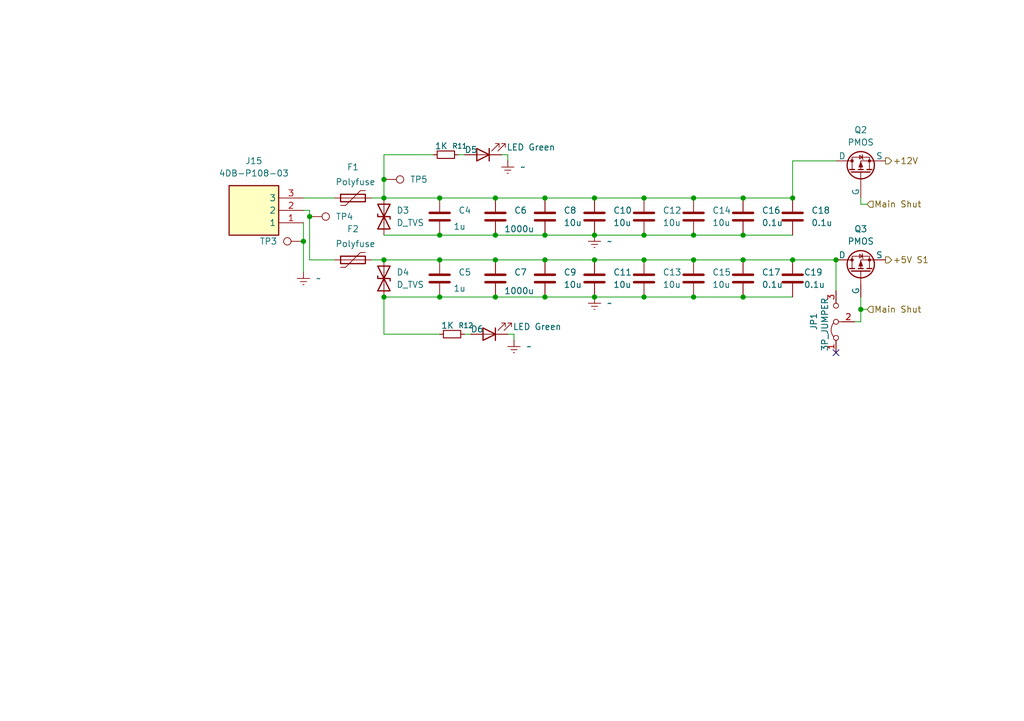
<source format=kicad_sch>
(kicad_sch (version 20250114) (generator "eeschema") (generator_version "9.0")
  (paper "A5")
  (lib_symbols
    (symbol "4DB-P108-03:4DB-P108-03"
      (property "Reference" "J" (at 16.51 7.62 0))
      (property "Value" "4DB-P108-03" (at 16.51 5.08 0))
      (symbol "4DB-P108-03_1_1"
        (rectangle (start 5.08 2.54) (end 15.24 -7.62) (stroke (width 0.254)) (fill (type background)))
        (pin passive line (at 0 0 0) (length 5.08) (name "1") (number "1"))
        (pin passive line (at 0 -2.54 0) (length 5.08) (name "2") (number "2"))
        (pin passive line (at 0 -5.08 0) (length 5.08) (name "3") (number "3"))
      )
    )
    (symbol "Connector:TestPoint" (pin_numbers (hide yes)) (pin_names (offset 0.762) (hide yes))
      (property "Reference" "TP" (at 0 6.858 0))
      (property "Value" "TestPoint" (at 0 5.08 0))
      (symbol "TestPoint_0_1"
        (circle (center 0 3.302) (radius 0.762))
      )
      (symbol "TestPoint_1_1"
        (pin passive line (at 0 0 90) (length 2.54) (name "1") (number "1"))
      )
    )
    (symbol "Device:C" (pin_numbers (hide yes)) (pin_names (offset 0.254))
      (property "Reference" "C" (at 0.635 2.54 0))
      (property "Value" "C" (at 0.635 -2.54 0))
      (symbol "C_0_1"
        (polyline (pts (xy -2.032 0.762) (xy 2.032 0.762)) (stroke (width 0.508)))
        (polyline (pts (xy -2.032 -0.762) (xy 2.032 -0.762)) (stroke (width 0.508)))
      )
      (symbol "C_1_1"
        (pin passive line (at 0 3.81 270) (length 2.794) (name "~") (number "1"))
        (pin passive line (at 0 -3.81 90) (length 2.794) (name "~") (number "2"))
      )
    )
    (symbol "Device:D_TVS" (pin_numbers (hide yes)) (pin_names (offset 1.016) (hide yes))
      (property "Reference" "D" (at 0 2.54 0))
      (property "Value" "D_TVS" (at 0 -2.54 0))
      (symbol "D_TVS_0_1"
        (polyline (pts (xy -2.54 1.27) (xy -2.54 -1.27) (xy 2.54 1.27) (xy 2.54 -1.27) (xy -2.54 1.27)) (stroke (width 0.254)))
        (polyline (pts (xy 0.508 1.27) (xy 0 1.27) (xy 0 -1.27) (xy -0.508 -1.27)) (stroke (width 0.254)))
        (polyline (pts (xy 1.27 0) (xy -1.27 0)))
      )
      (symbol "D_TVS_1_1"
        (pin passive line (at -3.81 0 0) (length 2.54) (name "A1") (number "1"))
        (pin passive line (at 3.81 0 180) (length 2.54) (name "A2") (number "2"))
      )
    )
    (symbol "Device:LED" (pin_numbers (hide yes)) (pin_names (offset 1.016) (hide yes))
      (property "Reference" "D" (at 0 2.54 0))
      (property "Value" "LED" (at 0 -2.54 0))
      (symbol "LED_0_1"
        (polyline (pts (xy -3.048 -0.762) (xy -4.572 -2.286) (xy -3.81 -2.286) (xy -4.572 -2.286) (xy -4.572 -1.524)))
        (polyline (pts (xy -1.778 -0.762) (xy -3.302 -2.286) (xy -2.54 -2.286) (xy -3.302 -2.286) (xy -3.302 -1.524)))
        (polyline (pts (xy -1.27 0) (xy 1.27 0)))
        (polyline (pts (xy -1.27 -1.27) (xy -1.27 1.27)) (stroke (width 0.254)))
        (polyline (pts (xy 1.27 -1.27) (xy 1.27 1.27) (xy -1.27 0) (xy 1.27 -1.27)) (stroke (width 0.254)))
      )
      (symbol "LED_1_1"
        (pin passive line (at -3.81 0 0) (length 2.54) (name "K") (number "1"))
        (pin passive line (at 3.81 0 180) (length 2.54) (name "A") (number "2"))
      )
    )
    (symbol "Device:Polyfuse" (pin_numbers (hide yes)) (pin_names (offset 0))
      (property "Reference" "F" (at -2.54 0 90))
      (property "Value" "Polyfuse" (at 2.54 0 90))
      (symbol "Polyfuse_0_1"
        (polyline (pts (xy -1.524 2.54) (xy -1.524 1.524) (xy 1.524 -1.524) (xy 1.524 -2.54)))
        (rectangle (start -0.762 2.54) (end 0.762 -2.54) (stroke (width 0.254)))
        (polyline (pts (xy 0 2.54) (xy 0 -2.54)))
      )
      (symbol "Polyfuse_1_1"
        (pin passive line (at 0 3.81 270) (length 1.27) (name "~") (number "1"))
        (pin passive line (at 0 -3.81 90) (length 1.27) (name "~") (number "2"))
      )
    )
    (symbol "Device:R_Small" (pin_numbers (hide yes)) (pin_names (offset 0.254) (hide yes))
      (property "Reference" "R" (at 0 0 90))
      (property "Value" "R_Small" (at 1.778 0 90))
      (symbol "R_Small_0_1"
        (rectangle (start -0.762 1.778) (end 0.762 -1.778) (stroke (width 0.2032)))
      )
      (symbol "R_Small_1_1"
        (pin passive line (at 0 2.54 270) (length 0.762) (name "~") (number "1"))
        (pin passive line (at 0 -2.54 90) (length 0.762) (name "~") (number "2"))
      )
    )
    (symbol "Jumper:Jumper_3_Bridged12" (pin_names (offset 0) (hide yes)) (in_bom no)
      (property "Reference" "JP" (at -2.54 -2.54 0))
      (property "Value" "Jumper_3_Bridged12" (at 0 2.794 0))
      (symbol "Jumper_3_Bridged12_0_0"
        (circle (center -3.302 0) (radius 0.508))
        (circle (center 0 0) (radius 0.508))
        (circle (center 3.302 0) (radius 0.508))
      )
      (symbol "Jumper_3_Bridged12_0_1"
        (arc (start -3.048 0.508) (mid -1.651 0.9912) (end -0.254 0.508))
        (polyline (pts (xy 0 -1.27) (xy 0 -0.508)))
      )
      (symbol "Jumper_3_Bridged12_1_1"
        (pin passive line (at -6.35 0 0) (length 2.54) (name "A") (number "1"))
        (pin passive line (at 0 -3.81 90) (length 2.54) (name "C") (number "2"))
        (pin passive line (at 6.35 0 180) (length 2.54) (name "B") (number "3"))
      )
    )
    (symbol "Simulation_SPICE:PMOS" (pin_numbers (hide yes)) (pin_names (offset 0))
      (property "Reference" "Q" (at 5.08 1.27 0))
      (property "Value" "PMOS" (at 5.08 -1.27 0))
      (symbol "PMOS_0_1"
        (polyline (pts (xy 0.254 1.905) (xy 0.254 -1.905)) (stroke (width 0.254)))
        (polyline (pts (xy 0.254 0) (xy -2.54 0)))
        (polyline (pts (xy 0.762 2.286) (xy 0.762 1.27)) (stroke (width 0.254)))
        (polyline (pts (xy 0.762 1.778) (xy 3.302 1.778) (xy 3.302 -1.778) (xy 0.762 -1.778)))
        (polyline (pts (xy 0.762 0.508) (xy 0.762 -0.508)) (stroke (width 0.254)))
        (polyline (pts (xy 0.762 -1.27) (xy 0.762 -2.286)) (stroke (width 0.254)))
        (circle (center 1.651 0) (radius 2.794) (stroke (width 0.254)))
        (polyline (pts (xy 2.286 0) (xy 1.27 0.381) (xy 1.27 -0.381) (xy 2.286 0)) (fill (type outline)))
        (polyline (pts (xy 2.54 2.54) (xy 2.54 1.778)))
        (circle (center 2.54 1.778) (radius 0.254) (fill (type outline)))
        (circle (center 2.54 -1.778) (radius 0.254) (fill (type outline)))
        (polyline (pts (xy 2.54 -2.54) (xy 2.54 0) (xy 0.762 0)))
        (polyline (pts (xy 2.794 -0.508) (xy 2.921 -0.381) (xy 3.683 -0.381) (xy 3.81 -0.254)))
        (polyline (pts (xy 3.302 -0.381) (xy 2.921 0.254) (xy 3.683 0.254) (xy 3.302 -0.381)))
      )
      (symbol "PMOS_1_1"
        (pin input line (at -5.08 0 0) (length 2.54) (name "G") (number "2"))
        (pin passive line (at 2.54 5.08 270) (length 2.54) (name "D") (number "1"))
        (pin passive line (at 2.54 -5.08 90) (length 2.54) (name "S") (number "3"))
      )
    )
    (symbol "power:Earth" (power) (pin_numbers (hide yes)) (pin_names (offset 0) (hide yes))
      (property "Value" "Earth" (at 0 -3.81 0))
      (symbol "Earth_0_1"
        (polyline (pts (xy -0.635 -1.905) (xy 0.635 -1.905)))
        (polyline (pts (xy -0.127 -2.54) (xy 0.127 -2.54)))
        (polyline (pts (xy 0 -1.27) (xy 0 0)))
        (polyline (pts (xy 1.27 -1.27) (xy -1.27 -1.27)))
      )
      (symbol "Earth_1_1"
        (pin power_in line (at 0 0 270) (length 0) (name "~") (number "1"))
      )
    )
  )
  (junction (at 176.53 63.5))
  (junction (at 152.4 48.26))
  (junction (at 142.24 40.64))
  (junction (at 90.17 40.64))
  (junction (at 121.92 60.96))
  (junction (at 78.74 36.83))
  (junction (at 111.76 60.96))
  (junction (at 152.4 40.64))
  (junction (at 121.92 53.34))
  (junction (at 132.08 48.26))
  (junction (at 142.24 60.96))
  (junction (at 162.56 53.34))
  (junction (at 111.76 40.64))
  (junction (at 63.5 44.45))
  (junction (at 101.6 60.96))
  (junction (at 132.08 40.64))
  (junction (at 90.17 53.34))
  (junction (at 152.4 53.34))
  (junction (at 101.6 48.26))
  (junction (at 152.4 60.96))
  (junction (at 121.92 48.26))
  (junction (at 162.56 40.64))
  (junction (at 142.24 53.34))
  (junction (at 142.24 48.26))
  (junction (at 101.6 53.34))
  (junction (at 78.74 53.34))
  (junction (at 90.17 48.26))
  (junction (at 111.76 53.34))
  (junction (at 171.45 53.34))
  (junction (at 62.23 49.53))
  (junction (at 121.92 40.64))
  (junction (at 111.76 48.26))
  (junction (at 78.74 60.96))
  (junction (at 101.6 40.64))
  (junction (at 132.08 60.96))
  (junction (at 132.08 53.34))
  (junction (at 78.74 40.64))
  (junction (at 90.17 60.96))
  (no_connect (at 171.45 72.39))
  (wire (pts (xy 76.2 40.64) (xy 78.74 40.64)))
  (wire (pts (xy 111.76 60.96) (xy 121.92 60.96)))
  (wire (pts (xy 111.76 48.26) (xy 121.92 48.26)))
  (wire (pts (xy 63.5 53.34) (xy 63.5 44.45)))
  (wire (pts (xy 78.74 31.75) (xy 88.9 31.75)))
  (wire (pts (xy 132.08 60.96) (xy 142.24 60.96)))
  (wire (pts (xy 101.6 60.96) (xy 90.17 60.96)))
  (wire (pts (xy 111.76 60.96) (xy 101.6 60.96)))
  (wire (pts (xy 63.5 53.34) (xy 68.58 53.34)))
  (wire (pts (xy 152.4 40.64) (xy 162.56 40.64)))
  (wire (pts (xy 95.25 68.58) (xy 96.52 68.58)))
  (wire (pts (xy 152.4 60.96) (xy 162.56 60.96)))
  (wire (pts (xy 63.5 43.18) (xy 62.23 43.18)))
  (wire (pts (xy 111.76 48.26) (xy 101.6 48.26)))
  (wire (pts (xy 62.23 40.64) (xy 68.58 40.64)))
  (wire (pts (xy 132.08 40.64) (xy 121.92 40.64)))
  (wire (pts (xy 162.56 53.34) (xy 152.4 53.34)))
  (wire (pts (xy 93.98 31.75) (xy 95.25 31.75)))
  (wire (pts (xy 152.4 40.64) (xy 142.24 40.64)))
  (wire (pts (xy 176.53 41.91) (xy 176.53 40.64)))
  (wire (pts (xy 78.74 53.34) (xy 90.17 53.34)))
  (wire (pts (xy 105.41 68.58) (xy 104.14 68.58)))
  (wire (pts (xy 78.74 48.26) (xy 90.17 48.26)))
  (wire (pts (xy 152.4 53.34) (xy 142.24 53.34)))
  (wire (pts (xy 162.56 33.02) (xy 171.45 33.02)))
  (wire (pts (xy 142.24 53.34) (xy 132.08 53.34)))
  (wire (pts (xy 176.53 63.5) (xy 176.53 66.04)))
  (wire (pts (xy 121.92 40.64) (xy 111.76 40.64)))
  (wire (pts (xy 132.08 53.34) (xy 121.92 53.34)))
  (wire (pts (xy 90.17 40.64) (xy 101.6 40.64)))
  (wire (pts (xy 121.92 48.26) (xy 132.08 48.26)))
  (wire (pts (xy 132.08 48.26) (xy 142.24 48.26)))
  (wire (pts (xy 111.76 40.64) (xy 101.6 40.64)))
  (wire (pts (xy 162.56 53.34) (xy 171.45 53.34)))
  (wire (pts (xy 171.45 59.69) (xy 171.45 53.34)))
  (wire (pts (xy 62.23 55.88) (xy 62.23 49.53)))
  (wire (pts (xy 162.56 40.64) (xy 162.56 33.02)))
  (wire (pts (xy 104.14 33.02) (xy 104.14 31.75)))
  (wire (pts (xy 76.2 53.34) (xy 78.74 53.34)))
  (wire (pts (xy 176.53 41.91) (xy 177.8 41.91)))
  (wire (pts (xy 63.5 44.45) (xy 63.5 43.18)))
  (wire (pts (xy 121.92 53.34) (xy 111.76 53.34)))
  (wire (pts (xy 78.74 36.83) (xy 78.74 31.75)))
  (wire (pts (xy 90.17 68.58) (xy 78.74 68.58)))
  (wire (pts (xy 176.53 63.5) (xy 177.8 63.5)))
  (wire (pts (xy 121.92 60.96) (xy 132.08 60.96)))
  (wire (pts (xy 142.24 40.64) (xy 132.08 40.64)))
  (wire (pts (xy 176.53 60.96) (xy 176.53 63.5)))
  (wire (pts (xy 152.4 48.26) (xy 162.56 48.26)))
  (wire (pts (xy 142.24 60.96) (xy 152.4 60.96)))
  (wire (pts (xy 105.41 69.85) (xy 105.41 68.58)))
  (wire (pts (xy 62.23 49.53) (xy 62.23 45.72)))
  (wire (pts (xy 111.76 53.34) (xy 101.6 53.34)))
  (wire (pts (xy 101.6 48.26) (xy 90.17 48.26)))
  (wire (pts (xy 78.74 68.58) (xy 78.74 60.96)))
  (wire (pts (xy 78.74 60.96) (xy 90.17 60.96)))
  (wire (pts (xy 176.53 66.04) (xy 175.26 66.04)))
  (wire (pts (xy 78.74 40.64) (xy 90.17 40.64)))
  (wire (pts (xy 90.17 53.34) (xy 101.6 53.34)))
  (wire (pts (xy 142.24 48.26) (xy 152.4 48.26)))
  (wire (pts (xy 104.14 31.75) (xy 102.87 31.75)))
  (wire (pts (xy 78.74 40.64) (xy 78.74 36.83)))
  (hierarchical_label "Main Shut" (shape input) (at 177.8 63.5 0))
  (hierarchical_label "+5V S1" (shape output) (at 181.61 53.34 0))
  (hierarchical_label "+12V" (shape output) (at 181.61 33.02 0))
  (hierarchical_label "Main Shut" (shape input) (at 177.8 41.91 0))
  (symbol (lib_id "Device:R_Small") (at 91.44 31.75 270) (mirror x) (unit 1)
    (property "Reference" "R11" (at 92.71 29.972 90) (effects (font (size 1.016 1.016)) (justify left)))
    (property "Value" "1K" (at 89.154 29.972 90) (effects (justify left)))
    (property "Footprint" "Resistor_SMD:R_0603_1608Metric" (effects (hide yes)))
    (property "Description" "Resistor, small symbol" (effects (hide yes)))
  )
  (symbol (lib_id "Device:C") (at 90.17 44.45 0) (unit 1)
    (property "Reference" "C4" (at 93.98 43.1799 0) (effects (justify left)))
    (property "Value" "1u" (at 92.964 46.482 0) (effects (justify left)))
    (property "Footprint" "Capacitor_SMD:C_0603_1608Metric" (effects (hide yes)))
    (property "Description" "Unpolarized capacitor" (effects (hide yes)))
  )
  (symbol (lib_id "Device:C") (at 121.92 44.45 0) (unit 1)
    (property "Reference" "C10" (at 125.73 43.1799 0) (effects (justify left)))
    (property "Value" "10u" (at 125.73 45.7199 0) (effects (justify left)))
    (property "Footprint" "Capacitor_SMD:C_0603_1608Metric" (effects (hide yes)))
    (property "Description" "Unpolarized capacitor" (effects (hide yes)))
  )
  (symbol (lib_id "Device:LED") (at 100.33 68.58 180) (unit 1)
    (property "Reference" "D6" (at 96.52 67.564 0) (effects (justify right)))
    (property "Value" "LED Green" (at 105.156 67.056 0) (effects (justify right)))
    (property "Footprint" "LED_SMD:LED_0603_1608Metric" (effects (hide yes)))
    (property "Datasheet" "http://optoelectronics.liteon.com/upload/download/DS22-2000-226/LTST-S270KGKT.pdf" (effects (hide yes)))
    (property "Field4" "Digikey " (effects (hide yes)))
    (property "Field5" "LTST-S270KGKT" (effects (hide yes)))
    (property "Field6" "SML-A12M8TT86N" (effects (hide yes)))
    (property "Field7" "Rohm" (effects (hide yes)))
    (property "Field8" "650263301" (effects (hide yes)))
    (property "Part Description" "	Green 572nm LED Indication - Discrete 2.2V 2-SMD, No Lead" (effects (hide yes)))
  )
  (symbol (lib_id "Device:C") (at 152.4 57.15 0) (unit 1)
    (property "Reference" "C17" (at 156.21 55.8799 0) (effects (justify left)))
    (property "Value" "0.1u" (at 156.21 58.4199 0) (effects (justify left)))
    (property "Footprint" "Capacitor_SMD:C_0603_1608Metric" (effects (hide yes)))
    (property "Description" "Unpolarized capacitor" (effects (hide yes)))
  )
  (symbol (lib_id "Simulation_SPICE:PMOS") (at 176.53 55.88 90) (unit 1)
    (property "Reference" "Q3" (at 176.53 46.99 90))
    (property "Value" "PMOS" (at 176.53 49.53 90))
    (property "Datasheet" "https://ngspice.sourceforge.io/docs/ngspice-html-manual/manual.xhtml#cha_MOSFETs" (effects (hide yes)))
    (property "Description" "P-MOSFET transistor, drain/source/gate" (effects (hide yes)))
    (property "Sim.Device" "PMOS" (effects (hide yes)))
    (property "Sim.Type" "VDMOS" (effects (hide yes)))
    (property "Sim.Pins" "1=D 2=G 3=S" (effects (hide yes)))
  )
  (symbol (lib_id "Connector:TestPoint") (at 63.5 44.45 270) (unit 1)
    (property "Reference" "TP4" (at 68.834 44.45 90) (effects (justify left)))
    (property "Value" "TestPoint" (effects (hide yes)))
    (property "Footprint" "TestPoint:TestPoint_Pad_1.0x1.0mm" (effects (hide yes)))
    (property "Description" "test point" (effects (hide yes)))
  )
  (symbol (lib_id "Device:C") (at 121.92 57.15 0) (unit 1)
    (property "Reference" "C11" (at 125.73 55.8799 0) (effects (justify left)))
    (property "Value" "10u" (at 125.73 58.4199 0) (effects (justify left)))
    (property "Footprint" "Capacitor_SMD:C_0603_1608Metric" (effects (hide yes)))
    (property "Description" "Unpolarized capacitor" (effects (hide yes)))
  )
  (symbol (lib_id "Device:C") (at 162.56 44.45 0) (unit 1)
    (property "Reference" "C18" (at 166.37 43.1799 0) (effects (justify left)))
    (property "Value" "0.1u" (at 166.37 45.7199 0) (effects (justify left)))
    (property "Footprint" "Capacitor_SMD:C_0603_1608Metric" (effects (hide yes)))
    (property "Description" "Unpolarized capacitor" (effects (hide yes)))
  )
  (symbol (lib_id "Device:C") (at 111.76 44.45 0) (unit 1)
    (property "Reference" "C8" (at 115.57 43.1799 0) (effects (justify left)))
    (property "Value" "10u" (at 115.57 45.7199 0) (effects (justify left)))
    (property "Footprint" "Capacitor_SMD:C_0603_1608Metric" (effects (hide yes)))
    (property "Description" "Unpolarized capacitor" (effects (hide yes)))
  )
  (symbol (lib_id "Device:C") (at 101.6 57.15 0) (unit 1)
    (property "Reference" "C7" (at 105.41 55.8799 0) (effects (justify left)))
    (property "Value" "1000u" (at 103.378 59.69 0) (effects (justify left)))
    (property "Footprint" "Capacitor_SMD:C_0603_1608Metric" (effects (hide yes)))
    (property "Description" "Unpolarized capacitor" (effects (hide yes)))
  )
  (symbol (lib_id "Connector:TestPoint") (at 78.74 36.83 270) (unit 1)
    (property "Reference" "TP5" (at 84.074 36.83 90) (effects (justify left)))
    (property "Value" "TestPoint" (effects (hide yes)))
    (property "Footprint" "TestPoint:TestPoint_Pad_1.0x1.0mm" (effects (hide yes)))
    (property "Description" "test point" (effects (hide yes)))
  )
  (symbol (lib_id "power:Earth") (at 104.14 33.02 0) (unit 1)
    (property "Reference" "#PWR031" (effects (hide yes)))
    (property "Value" "~" (at 106.68 34.29 0) (effects (justify left)))
    (property "Description" "Power symbol creates a global label with name \"Earth\"" (effects (hide yes)))
  )
  (symbol (lib_id "Connector:TestPoint") (at 62.23 49.53 90) (unit 1)
    (property "Reference" "TP3" (at 56.896 49.53 90) (effects (justify left)))
    (property "Value" "TestPoint" (effects (hide yes)))
    (property "Footprint" "TestPoint:TestPoint_Pad_1.0x1.0mm" (effects (hide yes)))
    (property "Description" "test point" (effects (hide yes)))
  )
  (symbol (lib_id "Device:C") (at 142.24 57.15 0) (unit 1)
    (property "Reference" "C15" (at 146.05 55.8799 0) (effects (justify left)))
    (property "Value" "10u" (at 146.05 58.4199 0) (effects (justify left)))
    (property "Footprint" "Capacitor_SMD:C_0603_1608Metric" (effects (hide yes)))
    (property "Description" "Unpolarized capacitor" (effects (hide yes)))
  )
  (symbol (lib_id "Simulation_SPICE:PMOS") (at 176.53 35.56 90) (unit 1)
    (property "Reference" "Q2" (at 176.53 26.67 90))
    (property "Value" "PMOS" (at 176.53 29.21 90))
    (property "Datasheet" "https://ngspice.sourceforge.io/docs/ngspice-html-manual/manual.xhtml#cha_MOSFETs" (effects (hide yes)))
    (property "Description" "P-MOSFET transistor, drain/source/gate" (effects (hide yes)))
    (property "Sim.Device" "PMOS" (effects (hide yes)))
    (property "Sim.Type" "VDMOS" (effects (hide yes)))
    (property "Sim.Pins" "1=D 2=G 3=S" (effects (hide yes)))
  )
  (symbol (lib_id "Device:C") (at 162.56 57.15 0) (unit 1)
    (property "Reference" "C19" (at 164.846 55.88 0) (effects (justify left)))
    (property "Value" "0.1u" (at 164.846 58.42 0) (effects (justify left)))
    (property "Footprint" "Capacitor_SMD:C_0603_1608Metric" (effects (hide yes)))
    (property "Description" "Unpolarized capacitor" (effects (hide yes)))
  )
  (symbol (lib_id "power:Earth") (at 121.92 60.96 0) (unit 1)
    (property "Reference" "#PWR034" (effects (hide yes)))
    (property "Value" "~" (at 124.46 62.23 0) (effects (justify left)))
    (property "Description" "Power symbol creates a global label with name \"Earth\"" (effects (hide yes)))
  )
  (symbol (lib_id "power:Earth") (at 105.41 69.85 0) (unit 1)
    (property "Reference" "#PWR032" (effects (hide yes)))
    (property "Value" "~" (at 107.95 71.12 0) (effects (justify left)))
    (property "Description" "Power symbol creates a global label with name \"Earth\"" (effects (hide yes)))
  )
  (symbol (lib_id "4DB-P108-03:4DB-P108-03") (at 62.23 45.72 180) (unit 1)
    (property "Reference" "J15" (at 52.07 33.02 0))
    (property "Value" "4DB-P108-03" (at 52.07 35.56 0))
    (property "Footprint" "4DB-P108-03:4DBP10803" (effects (hide yes)))
    (property "Datasheet" "https://www.mouser.co.il/datasheet/2/418/9/ENG_CD_2_1437667_4_N9-624224.pdfhttps://www.te.com/commerce/DocumentDelivery/DDEController?Action=srchrtrv&DocNm=1-1773458-2_BARRIER_STRIPS_QRG&DocType=Data%20Sheet&DocLang=English&PartCntxt=2-1437667-5&DocFormat" (effects (hide yes)))
    (property "Description" "Dual Barrier, Printed Circuit Pin, Wire-to-Board, 3 Position, 8.26 mm [.325 in] Centerline, 1 Row, Buchanan 4DB Series, Barrier Strips" (effects (hide yes)))
    (property "Height" "13.589" (effects (hide yes)))
    (property "Manufacturer_Name" "TE Connectivity" (effects (hide yes)))
    (property "Manufacturer_Part_Number" "4DB-P108-03" (effects (hide yes)))
    (property "Mouser Part Number" "571-214376675" (effects (hide yes)))
    (property "Mouser Price/Stock" "https://www.mouser.co.uk/ProductDetail/TE-Connectivity/4DB-P108-03?qs=cX92MwKKzGt2YIn2dZcfJQ%3D%3D" (effects (hide yes)))
    (property "Arrow Part Number" "4DB-P108-03" (effects (hide yes)))
    (property "Arrow Price/Stock" "https://www.arrow.com/en/products/4db-p108-03/te-connectivity?utm_currency=USD&region=nac" (effects (hide yes)))
  )
  (symbol (lib_id "Device:C") (at 142.24 44.45 0) (unit 1)
    (property "Reference" "C14" (at 146.05 43.1799 0) (effects (justify left)))
    (property "Value" "10u" (at 146.05 45.7199 0) (effects (justify left)))
    (property "Footprint" "Capacitor_SMD:C_0603_1608Metric" (effects (hide yes)))
    (property "Description" "Unpolarized capacitor" (effects (hide yes)))
  )
  (symbol (lib_id "power:Earth") (at 121.92 48.26 0) (unit 1)
    (property "Reference" "#PWR033" (effects (hide yes)))
    (property "Value" "~" (at 124.46 49.53 0) (effects (justify left)))
    (property "Description" "Power symbol creates a global label with name \"Earth\"" (effects (hide yes)))
  )
  (symbol (lib_id "Device:C") (at 101.6 44.45 0) (unit 1)
    (property "Reference" "C6" (at 105.41 43.1799 0) (effects (justify left)))
    (property "Value" "1000u" (at 103.378 46.99 0) (effects (justify left)))
    (property "Footprint" "Capacitor_SMD:C_0603_1608Metric" (effects (hide yes)))
    (property "Description" "Unpolarized capacitor" (effects (hide yes)))
  )
  (symbol (lib_id "Device:C") (at 132.08 57.15 0) (unit 1)
    (property "Reference" "C13" (at 135.89 55.8799 0) (effects (justify left)))
    (property "Value" "10u" (at 135.89 58.4199 0) (effects (justify left)))
    (property "Footprint" "Capacitor_SMD:C_0603_1608Metric" (effects (hide yes)))
    (property "Description" "Unpolarized capacitor" (effects (hide yes)))
  )
  (symbol (lib_id "Jumper:Jumper_3_Bridged12") (at 171.45 66.04 90) (unit 1) (in_bom no)
    (property "Reference" "JP1" (at 166.878 67.818 0) (effects (justify left)))
    (property "Value" "3P_JUMPER" (at 169.164 72.136 0) (effects (justify left)))
    (property "Footprint" "Connector_PinHeader_2.54mm:PinHeader_1x03_P2.54mm_Vertical" (effects (hide yes)))
    (property "Description" "Jumper, 3-pole, pins 1+2 closed/bridged" (effects (hide yes)))
  )
  (symbol (lib_id "Device:LED") (at 99.06 31.75 180) (unit 1)
    (property "Reference" "D5" (at 95.25 30.734 0) (effects (justify right)))
    (property "Value" "LED Green" (at 103.886 30.226 0) (effects (justify right)))
    (property "Footprint" "LED_SMD:LED_0603_1608Metric" (effects (hide yes)))
    (property "Datasheet" "http://optoelectronics.liteon.com/upload/download/DS22-2000-226/LTST-S270KGKT.pdf" (effects (hide yes)))
    (property "Field4" "Digikey " (effects (hide yes)))
    (property "Field5" "LTST-S270KGKT" (effects (hide yes)))
    (property "Field6" "SML-A12M8TT86N" (effects (hide yes)))
    (property "Field7" "Rohm" (effects (hide yes)))
    (property "Field8" "650263301" (effects (hide yes)))
    (property "Part Description" "	Green 572nm LED Indication - Discrete 2.2V 2-SMD, No Lead" (effects (hide yes)))
  )
  (symbol (lib_id "Device:C") (at 132.08 44.45 0) (unit 1)
    (property "Reference" "C12" (at 135.89 43.1799 0) (effects (justify left)))
    (property "Value" "10u" (at 135.89 45.7199 0) (effects (justify left)))
    (property "Footprint" "Capacitor_SMD:C_0603_1608Metric" (effects (hide yes)))
    (property "Description" "Unpolarized capacitor" (effects (hide yes)))
  )
  (symbol (lib_id "power:Earth") (at 62.23 55.88 0) (unit 1)
    (property "Reference" "#PWR030" (effects (hide yes)))
    (property "Value" "~" (at 64.77 57.15 0) (effects (justify left)))
    (property "Description" "Power symbol creates a global label with name \"Earth\"" (effects (hide yes)))
  )
  (symbol (lib_id "Device:D_TVS") (at 78.74 44.45 90) (unit 1)
    (property "Reference" "D3" (at 81.28 43.1799 90) (effects (justify right)))
    (property "Value" "D_TVS" (at 81.28 45.7199 90) (effects (justify right)))
    (property "Footprint" "SMBJ12A:SMBJ12A" (effects (hide yes)))
    (property "Description" "Bidirectional transient-voltage-suppression diode" (effects (hide yes)))
  )
  (symbol (lib_id "Device:C") (at 111.76 57.15 0) (unit 1)
    (property "Reference" "C9" (at 115.57 55.8799 0) (effects (justify left)))
    (property "Value" "10u" (at 115.57 58.4199 0) (effects (justify left)))
    (property "Footprint" "Capacitor_SMD:C_0603_1608Metric" (effects (hide yes)))
    (property "Description" "Unpolarized capacitor" (effects (hide yes)))
  )
  (symbol (lib_id "Device:C") (at 152.4 44.45 0) (unit 1)
    (property "Reference" "C16" (at 156.21 43.1799 0) (effects (justify left)))
    (property "Value" "0.1u" (at 156.21 45.7199 0) (effects (justify left)))
    (property "Footprint" "Capacitor_SMD:C_0603_1608Metric" (effects (hide yes)))
    (property "Description" "Unpolarized capacitor" (effects (hide yes)))
  )
  (symbol (lib_id "Device:C") (at 90.17 57.15 0) (unit 1)
    (property "Reference" "C5" (at 93.98 55.8799 0) (effects (justify left)))
    (property "Value" "1u" (at 92.964 59.182 0) (effects (justify left)))
    (property "Footprint" "Capacitor_SMD:C_0603_1608Metric" (effects (hide yes)))
    (property "Description" "Unpolarized capacitor" (effects (hide yes)))
  )
  (symbol (lib_id "Device:Polyfuse") (at 72.39 40.64 90) (unit 1)
    (property "Reference" "F1" (at 72.39 34.29 90))
    (property "Value" "Polyfuse" (at 72.898 37.338 90))
    (property "Footprint" "RGEF1200:RGEF1200" (effects (hide yes)))
    (property "Description" "Resettable fuse, polymeric positive temperature coefficient" (effects (hide yes)))
  )
  (symbol (lib_id "Device:D_TVS") (at 78.74 57.15 90) (unit 1)
    (property "Reference" "D4" (at 81.28 55.8799 90) (effects (justify right)))
    (property "Value" "D_TVS" (at 81.28 58.4199 90) (effects (justify right)))
    (property "Footprint" "SMBJ5.0A:SMBJ5.0A" (effects (hide yes)))
    (property "Description" "Bidirectional transient-voltage-suppression diode" (effects (hide yes)))
  )
  (symbol (lib_id "Device:R_Small") (at 92.71 68.58 270) (mirror x) (unit 1)
    (property "Reference" "R12" (at 93.98 66.802 90) (effects (font (size 1.016 1.016)) (justify left)))
    (property "Value" "1K" (at 90.424 66.802 90) (effects (justify left)))
    (property "Footprint" "Resistor_SMD:R_0603_1608Metric" (effects (hide yes)))
    (property "Description" "Resistor, small symbol" (effects (hide yes)))
  )
  (symbol (lib_id "Device:Polyfuse") (at 72.39 53.34 90) (unit 1)
    (property "Reference" "F2" (at 72.39 46.99 90))
    (property "Value" "Polyfuse" (at 72.898 50.038 90))
    (property "Footprint" "RGEF1200:RGEF1200" (effects (hide yes)))
    (property "Description" "Resettable fuse, polymeric positive temperature coefficient" (effects (hide yes)))
  )
)
</source>
